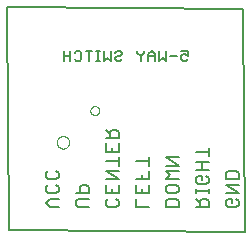
<source format=gbo>
G75*
%MOIN*%
%OFA0B0*%
%FSLAX25Y25*%
%IPPOS*%
%LPD*%
%AMOC8*
5,1,8,0,0,1.08239X$1,22.5*
%
%ADD10C,0.00800*%
%ADD11C,0.00700*%
%ADD12C,0.00000*%
D10*
X0158833Y0059000D02*
X0158333Y0133378D01*
X0237089Y0132678D01*
X0237589Y0058300D01*
X0158833Y0059000D01*
X0171233Y0068051D02*
X0172635Y0069452D01*
X0175437Y0069452D01*
X0174736Y0071254D02*
X0171934Y0071254D01*
X0171233Y0071955D01*
X0171233Y0073356D01*
X0171934Y0074056D01*
X0171934Y0075858D02*
X0171233Y0076558D01*
X0171233Y0077960D01*
X0171934Y0078660D01*
X0171934Y0075858D02*
X0174736Y0075858D01*
X0175437Y0076558D01*
X0175437Y0077960D01*
X0174736Y0078660D01*
X0174736Y0074056D02*
X0175437Y0073356D01*
X0175437Y0071955D01*
X0174736Y0071254D01*
X0175437Y0066650D02*
X0172635Y0066650D01*
X0171233Y0068051D01*
X0181233Y0067351D02*
X0181233Y0068752D01*
X0181934Y0069452D01*
X0185437Y0069452D01*
X0185437Y0071254D02*
X0181233Y0071254D01*
X0182635Y0071254D02*
X0182635Y0073356D01*
X0183335Y0074056D01*
X0184736Y0074056D01*
X0185437Y0073356D01*
X0185437Y0071254D01*
X0191233Y0071254D02*
X0191233Y0074056D01*
X0191233Y0075858D02*
X0195437Y0075858D01*
X0191233Y0078660D01*
X0195437Y0078660D01*
X0195437Y0080462D02*
X0195437Y0083264D01*
X0195437Y0081863D02*
X0191233Y0081863D01*
X0191233Y0085066D02*
X0191233Y0087868D01*
X0191233Y0089670D02*
X0195437Y0089670D01*
X0195437Y0091771D01*
X0194736Y0092472D01*
X0193335Y0092472D01*
X0192635Y0091771D01*
X0192635Y0089670D01*
X0192635Y0091071D02*
X0191233Y0092472D01*
X0195437Y0087868D02*
X0195437Y0085066D01*
X0191233Y0085066D01*
X0193335Y0085066D02*
X0193335Y0086467D01*
X0201233Y0081863D02*
X0205437Y0081863D01*
X0205437Y0080462D02*
X0205437Y0083264D01*
X0211233Y0083264D02*
X0215437Y0083264D01*
X0215437Y0080462D02*
X0211233Y0083264D01*
X0211233Y0080462D02*
X0215437Y0080462D01*
X0215437Y0078660D02*
X0211233Y0078660D01*
X0212635Y0077259D01*
X0211233Y0075858D01*
X0215437Y0075858D01*
X0214736Y0074056D02*
X0215437Y0073356D01*
X0215437Y0071955D01*
X0214736Y0071254D01*
X0211934Y0071254D01*
X0211233Y0071955D01*
X0211233Y0073356D01*
X0211934Y0074056D01*
X0214736Y0074056D01*
X0221233Y0075024D02*
X0221233Y0076425D01*
X0221934Y0077126D01*
X0223335Y0077126D01*
X0223335Y0075724D01*
X0221934Y0074323D02*
X0221233Y0075024D01*
X0221934Y0074323D02*
X0224736Y0074323D01*
X0225437Y0075024D01*
X0225437Y0076425D01*
X0224736Y0077126D01*
X0225437Y0078927D02*
X0221233Y0078927D01*
X0223335Y0078927D02*
X0223335Y0081730D01*
X0225437Y0081730D02*
X0221233Y0081730D01*
X0225437Y0083531D02*
X0225437Y0086333D01*
X0225437Y0084932D02*
X0221233Y0084932D01*
X0231233Y0077960D02*
X0231934Y0078660D01*
X0234736Y0078660D01*
X0235437Y0077960D01*
X0235437Y0075858D01*
X0231233Y0075858D01*
X0231233Y0077960D01*
X0231233Y0074056D02*
X0235437Y0074056D01*
X0235437Y0071254D02*
X0231233Y0074056D01*
X0225437Y0072655D02*
X0225437Y0071254D01*
X0225437Y0071955D02*
X0221233Y0071955D01*
X0221233Y0072655D02*
X0221233Y0071254D01*
X0221233Y0069452D02*
X0222635Y0068051D01*
X0222635Y0068752D02*
X0222635Y0066650D01*
X0221233Y0066650D02*
X0225437Y0066650D01*
X0225437Y0068752D01*
X0224736Y0069452D01*
X0223335Y0069452D01*
X0222635Y0068752D01*
X0215437Y0068752D02*
X0215437Y0066650D01*
X0211233Y0066650D01*
X0211233Y0068752D01*
X0211934Y0069452D01*
X0214736Y0069452D01*
X0215437Y0068752D01*
X0205437Y0066650D02*
X0201233Y0066650D01*
X0201233Y0069452D01*
X0201233Y0071254D02*
X0201233Y0074056D01*
X0201233Y0075858D02*
X0205437Y0075858D01*
X0205437Y0078660D01*
X0203335Y0077259D02*
X0203335Y0075858D01*
X0205437Y0074056D02*
X0205437Y0071254D01*
X0201233Y0071254D01*
X0203335Y0071254D02*
X0203335Y0072655D01*
X0195437Y0071254D02*
X0191233Y0071254D01*
X0191934Y0069452D02*
X0191233Y0068752D01*
X0191233Y0067351D01*
X0191934Y0066650D01*
X0194736Y0066650D01*
X0195437Y0067351D01*
X0195437Y0068752D01*
X0194736Y0069452D01*
X0195437Y0071254D02*
X0195437Y0074056D01*
X0193335Y0072655D02*
X0193335Y0071254D01*
X0185437Y0066650D02*
X0181934Y0066650D01*
X0181233Y0067351D01*
X0231233Y0067351D02*
X0231233Y0068752D01*
X0231934Y0069452D01*
X0233335Y0069452D01*
X0233335Y0068051D01*
X0234736Y0066650D02*
X0231934Y0066650D01*
X0231233Y0067351D01*
X0234736Y0066650D02*
X0235437Y0067351D01*
X0235437Y0068752D01*
X0234736Y0069452D01*
X0235437Y0071254D02*
X0231233Y0071254D01*
D11*
X0218058Y0115350D02*
X0218609Y0115900D01*
X0218058Y0115350D02*
X0216957Y0115350D01*
X0216407Y0115900D01*
X0216407Y0117001D01*
X0216957Y0117552D01*
X0217508Y0117552D01*
X0218609Y0117001D01*
X0218609Y0118653D01*
X0216407Y0118653D01*
X0214925Y0117001D02*
X0212724Y0117001D01*
X0211242Y0115350D02*
X0210141Y0116451D01*
X0209040Y0115350D01*
X0209040Y0118653D01*
X0207559Y0117552D02*
X0206458Y0118653D01*
X0205357Y0117552D01*
X0205357Y0115350D01*
X0205357Y0117001D02*
X0207559Y0117001D01*
X0207559Y0117552D02*
X0207559Y0115350D01*
X0211242Y0115350D02*
X0211242Y0118653D01*
X0203876Y0118653D02*
X0203876Y0118102D01*
X0202775Y0117001D01*
X0202775Y0115350D01*
X0202775Y0117001D02*
X0201674Y0118102D01*
X0201674Y0118653D01*
X0196510Y0118102D02*
X0196510Y0117552D01*
X0195959Y0117001D01*
X0194858Y0117001D01*
X0194308Y0116451D01*
X0194308Y0115900D01*
X0194858Y0115350D01*
X0195959Y0115350D01*
X0196510Y0115900D01*
X0196510Y0118102D02*
X0195959Y0118653D01*
X0194858Y0118653D01*
X0194308Y0118102D01*
X0192827Y0118653D02*
X0192827Y0115350D01*
X0191726Y0116451D01*
X0190625Y0115350D01*
X0190625Y0118653D01*
X0189143Y0118653D02*
X0188042Y0118653D01*
X0188593Y0118653D02*
X0188593Y0115350D01*
X0189143Y0115350D02*
X0188042Y0115350D01*
X0185587Y0115350D02*
X0185587Y0118653D01*
X0186688Y0118653D02*
X0184486Y0118653D01*
X0183005Y0118102D02*
X0182454Y0118653D01*
X0181353Y0118653D01*
X0180803Y0118102D01*
X0179322Y0118653D02*
X0179322Y0115350D01*
X0180803Y0115900D02*
X0181353Y0115350D01*
X0182454Y0115350D01*
X0183005Y0115900D01*
X0183005Y0118102D01*
X0179322Y0117001D02*
X0177120Y0117001D01*
X0177120Y0115350D02*
X0177120Y0118653D01*
D12*
X0186047Y0098789D02*
X0186049Y0098866D01*
X0186055Y0098942D01*
X0186065Y0099018D01*
X0186079Y0099093D01*
X0186096Y0099168D01*
X0186118Y0099241D01*
X0186143Y0099314D01*
X0186173Y0099385D01*
X0186205Y0099454D01*
X0186242Y0099521D01*
X0186281Y0099587D01*
X0186324Y0099650D01*
X0186371Y0099711D01*
X0186420Y0099770D01*
X0186473Y0099826D01*
X0186528Y0099879D01*
X0186586Y0099929D01*
X0186646Y0099976D01*
X0186709Y0100020D01*
X0186774Y0100061D01*
X0186841Y0100098D01*
X0186910Y0100132D01*
X0186980Y0100162D01*
X0187052Y0100188D01*
X0187126Y0100210D01*
X0187200Y0100229D01*
X0187275Y0100244D01*
X0187351Y0100255D01*
X0187427Y0100262D01*
X0187504Y0100265D01*
X0187580Y0100264D01*
X0187657Y0100259D01*
X0187733Y0100250D01*
X0187809Y0100237D01*
X0187883Y0100220D01*
X0187957Y0100200D01*
X0188030Y0100175D01*
X0188101Y0100147D01*
X0188171Y0100115D01*
X0188239Y0100080D01*
X0188305Y0100041D01*
X0188369Y0099999D01*
X0188430Y0099953D01*
X0188490Y0099904D01*
X0188546Y0099853D01*
X0188600Y0099798D01*
X0188651Y0099741D01*
X0188699Y0099681D01*
X0188744Y0099619D01*
X0188785Y0099554D01*
X0188823Y0099488D01*
X0188858Y0099420D01*
X0188888Y0099349D01*
X0188916Y0099278D01*
X0188939Y0099205D01*
X0188959Y0099131D01*
X0188975Y0099056D01*
X0188987Y0098980D01*
X0188995Y0098904D01*
X0188999Y0098827D01*
X0188999Y0098751D01*
X0188995Y0098674D01*
X0188987Y0098598D01*
X0188975Y0098522D01*
X0188959Y0098447D01*
X0188939Y0098373D01*
X0188916Y0098300D01*
X0188888Y0098229D01*
X0188858Y0098158D01*
X0188823Y0098090D01*
X0188785Y0098024D01*
X0188744Y0097959D01*
X0188699Y0097897D01*
X0188651Y0097837D01*
X0188600Y0097780D01*
X0188546Y0097725D01*
X0188490Y0097674D01*
X0188430Y0097625D01*
X0188369Y0097579D01*
X0188305Y0097537D01*
X0188239Y0097498D01*
X0188171Y0097463D01*
X0188101Y0097431D01*
X0188030Y0097403D01*
X0187957Y0097378D01*
X0187883Y0097358D01*
X0187809Y0097341D01*
X0187733Y0097328D01*
X0187657Y0097319D01*
X0187580Y0097314D01*
X0187504Y0097313D01*
X0187427Y0097316D01*
X0187351Y0097323D01*
X0187275Y0097334D01*
X0187200Y0097349D01*
X0187126Y0097368D01*
X0187052Y0097390D01*
X0186980Y0097416D01*
X0186910Y0097446D01*
X0186841Y0097480D01*
X0186774Y0097517D01*
X0186709Y0097558D01*
X0186646Y0097602D01*
X0186586Y0097649D01*
X0186528Y0097699D01*
X0186473Y0097752D01*
X0186420Y0097808D01*
X0186371Y0097867D01*
X0186324Y0097928D01*
X0186281Y0097991D01*
X0186242Y0098057D01*
X0186205Y0098124D01*
X0186173Y0098193D01*
X0186143Y0098264D01*
X0186118Y0098337D01*
X0186096Y0098410D01*
X0186079Y0098485D01*
X0186065Y0098560D01*
X0186055Y0098636D01*
X0186049Y0098712D01*
X0186047Y0098789D01*
X0174877Y0088211D02*
X0174879Y0088302D01*
X0174885Y0088392D01*
X0174895Y0088483D01*
X0174909Y0088572D01*
X0174927Y0088661D01*
X0174948Y0088750D01*
X0174974Y0088837D01*
X0175003Y0088923D01*
X0175037Y0089007D01*
X0175073Y0089090D01*
X0175114Y0089172D01*
X0175158Y0089251D01*
X0175205Y0089329D01*
X0175256Y0089404D01*
X0175310Y0089477D01*
X0175367Y0089547D01*
X0175427Y0089615D01*
X0175490Y0089681D01*
X0175556Y0089743D01*
X0175625Y0089802D01*
X0175696Y0089859D01*
X0175770Y0089912D01*
X0175846Y0089962D01*
X0175924Y0090009D01*
X0176004Y0090052D01*
X0176085Y0090091D01*
X0176169Y0090127D01*
X0176254Y0090159D01*
X0176340Y0090188D01*
X0176427Y0090212D01*
X0176516Y0090233D01*
X0176605Y0090250D01*
X0176695Y0090263D01*
X0176785Y0090272D01*
X0176876Y0090277D01*
X0176967Y0090278D01*
X0177057Y0090275D01*
X0177148Y0090268D01*
X0177238Y0090257D01*
X0177328Y0090242D01*
X0177417Y0090223D01*
X0177505Y0090201D01*
X0177591Y0090174D01*
X0177677Y0090144D01*
X0177761Y0090110D01*
X0177844Y0090072D01*
X0177925Y0090031D01*
X0178004Y0089986D01*
X0178081Y0089937D01*
X0178155Y0089886D01*
X0178228Y0089831D01*
X0178298Y0089773D01*
X0178365Y0089712D01*
X0178429Y0089648D01*
X0178491Y0089582D01*
X0178550Y0089512D01*
X0178605Y0089441D01*
X0178658Y0089366D01*
X0178707Y0089290D01*
X0178753Y0089212D01*
X0178795Y0089131D01*
X0178834Y0089049D01*
X0178869Y0088965D01*
X0178900Y0088880D01*
X0178927Y0088793D01*
X0178951Y0088706D01*
X0178971Y0088617D01*
X0178987Y0088528D01*
X0178999Y0088438D01*
X0179007Y0088347D01*
X0179011Y0088256D01*
X0179011Y0088166D01*
X0179007Y0088075D01*
X0178999Y0087984D01*
X0178987Y0087894D01*
X0178971Y0087805D01*
X0178951Y0087716D01*
X0178927Y0087629D01*
X0178900Y0087542D01*
X0178869Y0087457D01*
X0178834Y0087373D01*
X0178795Y0087291D01*
X0178753Y0087210D01*
X0178707Y0087132D01*
X0178658Y0087056D01*
X0178605Y0086981D01*
X0178550Y0086910D01*
X0178491Y0086840D01*
X0178429Y0086774D01*
X0178365Y0086710D01*
X0178298Y0086649D01*
X0178228Y0086591D01*
X0178155Y0086536D01*
X0178081Y0086485D01*
X0178004Y0086436D01*
X0177925Y0086391D01*
X0177844Y0086350D01*
X0177761Y0086312D01*
X0177677Y0086278D01*
X0177591Y0086248D01*
X0177505Y0086221D01*
X0177417Y0086199D01*
X0177328Y0086180D01*
X0177238Y0086165D01*
X0177148Y0086154D01*
X0177057Y0086147D01*
X0176967Y0086144D01*
X0176876Y0086145D01*
X0176785Y0086150D01*
X0176695Y0086159D01*
X0176605Y0086172D01*
X0176516Y0086189D01*
X0176427Y0086210D01*
X0176340Y0086234D01*
X0176254Y0086263D01*
X0176169Y0086295D01*
X0176085Y0086331D01*
X0176004Y0086370D01*
X0175924Y0086413D01*
X0175846Y0086460D01*
X0175770Y0086510D01*
X0175696Y0086563D01*
X0175625Y0086620D01*
X0175556Y0086679D01*
X0175490Y0086741D01*
X0175427Y0086807D01*
X0175367Y0086875D01*
X0175310Y0086945D01*
X0175256Y0087018D01*
X0175205Y0087093D01*
X0175158Y0087171D01*
X0175114Y0087250D01*
X0175073Y0087332D01*
X0175037Y0087415D01*
X0175003Y0087499D01*
X0174974Y0087585D01*
X0174948Y0087672D01*
X0174927Y0087761D01*
X0174909Y0087850D01*
X0174895Y0087939D01*
X0174885Y0088030D01*
X0174879Y0088120D01*
X0174877Y0088211D01*
M02*

</source>
